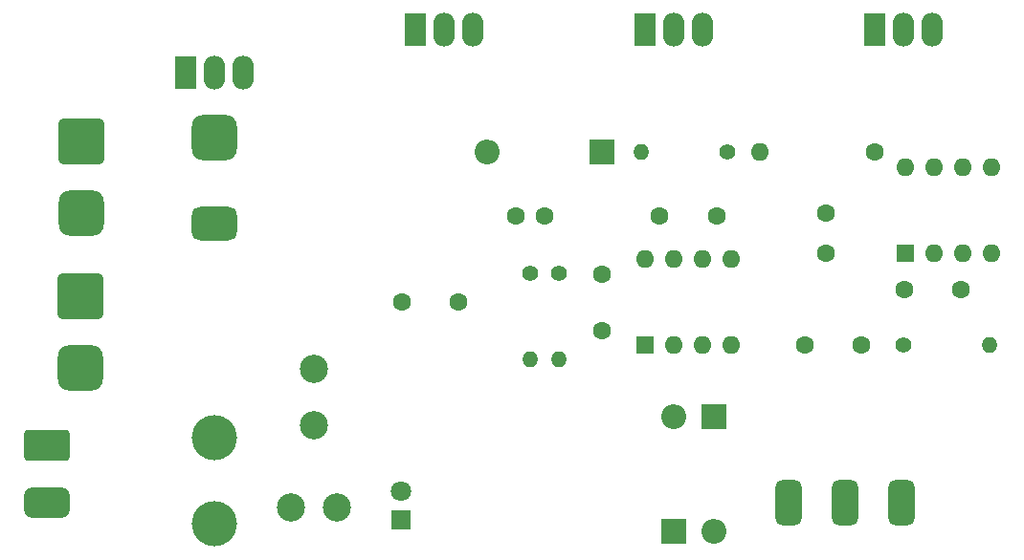
<source format=gts>
%TF.GenerationSoftware,KiCad,Pcbnew,(6.0.8)*%
%TF.CreationDate,2022-11-10T19:09:55+02:00*%
%TF.ProjectId,DCMotorDriver,44434d6f-746f-4724-9472-697665722e6b,1.0*%
%TF.SameCoordinates,Original*%
%TF.FileFunction,Soldermask,Top*%
%TF.FilePolarity,Negative*%
%FSLAX46Y46*%
G04 Gerber Fmt 4.6, Leading zero omitted, Abs format (unit mm)*
G04 Created by KiCad (PCBNEW (6.0.8)) date 2022-11-10 19:09:55*
%MOMM*%
%LPD*%
G01*
G04 APERTURE LIST*
G04 Aperture macros list*
%AMRoundRect*
0 Rectangle with rounded corners*
0 $1 Rounding radius*
0 $2 $3 $4 $5 $6 $7 $8 $9 X,Y pos of 4 corners*
0 Add a 4 corners polygon primitive as box body*
4,1,4,$2,$3,$4,$5,$6,$7,$8,$9,$2,$3,0*
0 Add four circle primitives for the rounded corners*
1,1,$1+$1,$2,$3*
1,1,$1+$1,$4,$5*
1,1,$1+$1,$6,$7*
1,1,$1+$1,$8,$9*
0 Add four rect primitives between the rounded corners*
20,1,$1+$1,$2,$3,$4,$5,0*
20,1,$1+$1,$4,$5,$6,$7,0*
20,1,$1+$1,$6,$7,$8,$9,0*
20,1,$1+$1,$8,$9,$2,$3,0*%
G04 Aperture macros list end*
%ADD10C,1.400000*%
%ADD11O,1.400000X1.400000*%
%ADD12R,1.905000X3.000000*%
%ADD13O,1.905000X3.000000*%
%ADD14RoundRect,0.250001X-1.749999X1.099999X-1.749999X-1.099999X1.749999X-1.099999X1.749999X1.099999X0*%
%ADD15RoundRect,0.675000X-1.325000X0.675000X-1.325000X-0.675000X1.325000X-0.675000X1.325000X0.675000X0*%
%ADD16R,1.600000X1.600000*%
%ADD17O,1.600000X1.600000*%
%ADD18C,1.600000*%
%ADD19R,2.200000X2.200000*%
%ADD20O,2.200000X2.200000*%
%ADD21C,2.500000*%
%ADD22RoundRect,0.585000X-0.585000X1.415000X-0.585000X-1.415000X0.585000X-1.415000X0.585000X1.415000X0*%
%ADD23RoundRect,0.370372X-1.629628X1.629628X-1.629628X-1.629628X1.629628X-1.629628X1.629628X1.629628X0*%
%ADD24RoundRect,1.000000X-1.000000X1.000000X-1.000000X-1.000000X1.000000X-1.000000X1.000000X1.000000X0*%
%ADD25R,1.800000X1.800000*%
%ADD26C,1.800000*%
%ADD27RoundRect,0.750000X-1.250000X0.750000X-1.250000X-0.750000X1.250000X-0.750000X1.250000X0.750000X0*%
%ADD28C,4.000000*%
G04 APERTURE END LIST*
D10*
%TO.C,R4*%
X191770000Y-78740000D03*
D11*
X199390000Y-78740000D03*
%TD*%
D12*
%TO.C,Diode1\u002C2*%
X128270000Y-54610000D03*
D13*
X130810000Y-54610000D03*
X133350000Y-54610000D03*
%TD*%
D14*
%TO.C,J2*%
X115993000Y-87638500D03*
D15*
X115993000Y-92638500D03*
%TD*%
D12*
%TO.C,Q2*%
X189230000Y-50800000D03*
D13*
X191770000Y-50800000D03*
X194310000Y-50800000D03*
%TD*%
D16*
%TO.C,IC1*%
X191897000Y-70612000D03*
D17*
X194437000Y-70612000D03*
X196977000Y-70612000D03*
X199517000Y-70612000D03*
X199517000Y-62992000D03*
X196977000Y-62992000D03*
X194437000Y-62992000D03*
X191897000Y-62992000D03*
%TD*%
D18*
%TO.C,C3*%
X191810000Y-73787000D03*
X196810000Y-73787000D03*
%TD*%
D19*
%TO.C,D2*%
X171450000Y-95250000D03*
D20*
X171450000Y-85090000D03*
%TD*%
D18*
%TO.C,C5*%
X157480000Y-67310000D03*
X159980000Y-67310000D03*
%TD*%
D10*
%TO.C,R3*%
X176174400Y-61620400D03*
D11*
X168554400Y-61620400D03*
%TD*%
D10*
%TO.C,R5*%
X158750000Y-72390000D03*
D11*
X158750000Y-80010000D03*
%TD*%
D18*
%TO.C,R1*%
X189230000Y-61595000D03*
D17*
X179070000Y-61595000D03*
%TD*%
D21*
%TO.C,JP1*%
X139636500Y-85843500D03*
X139636500Y-80843500D03*
%TD*%
D22*
%TO.C,RV1*%
X181610000Y-92710000D03*
X186610000Y-92710000D03*
X191610000Y-92710000D03*
%TD*%
D18*
%TO.C,C4*%
X184912000Y-67056000D03*
X184912000Y-70556000D03*
%TD*%
D23*
%TO.C,J1*%
X119062500Y-60706000D03*
D24*
X119062500Y-67056000D03*
%TD*%
D19*
%TO.C,D3*%
X165074600Y-61620400D03*
D20*
X154914600Y-61620400D03*
%TD*%
D21*
%TO.C,SW1*%
X137541000Y-93091000D03*
X141605000Y-93091000D03*
%TD*%
D25*
%TO.C,D5*%
X147320000Y-94239000D03*
D26*
X147320000Y-91699000D03*
%TD*%
D18*
%TO.C,C6*%
X183047000Y-78740000D03*
X188047000Y-78740000D03*
%TD*%
D24*
%TO.C,F1*%
X130810000Y-60365000D03*
D27*
X130810000Y-67985000D03*
D28*
X130810000Y-94575000D03*
X130810000Y-86955000D03*
%TD*%
D18*
%TO.C,C8*%
X152400000Y-74930000D03*
X147400000Y-74930000D03*
%TD*%
D20*
%TO.C,D4*%
X175006000Y-95250000D03*
D19*
X175006000Y-85090000D03*
%TD*%
D18*
%TO.C,C2*%
X175210000Y-67300000D03*
X170210000Y-67300000D03*
%TD*%
%TO.C,C1*%
X165090000Y-72420000D03*
X165090000Y-77420000D03*
%TD*%
D12*
%TO.C,Q3*%
X168910000Y-50800000D03*
D13*
X171450000Y-50800000D03*
X173990000Y-50800000D03*
%TD*%
D16*
%TO.C,U1*%
X168910000Y-78720000D03*
D17*
X171450000Y-78720000D03*
X173990000Y-78720000D03*
X176530000Y-78720000D03*
X176530000Y-71100000D03*
X173990000Y-71100000D03*
X171450000Y-71100000D03*
X168910000Y-71100000D03*
%TD*%
D12*
%TO.C,Q1*%
X148590000Y-50800000D03*
D13*
X151130000Y-50800000D03*
X153670000Y-50800000D03*
%TD*%
D23*
%TO.C,J3*%
X118935500Y-74422000D03*
D24*
X118935500Y-80772000D03*
%TD*%
D10*
%TO.C,R2*%
X161290000Y-72390000D03*
D11*
X161290000Y-80010000D03*
%TD*%
M02*

</source>
